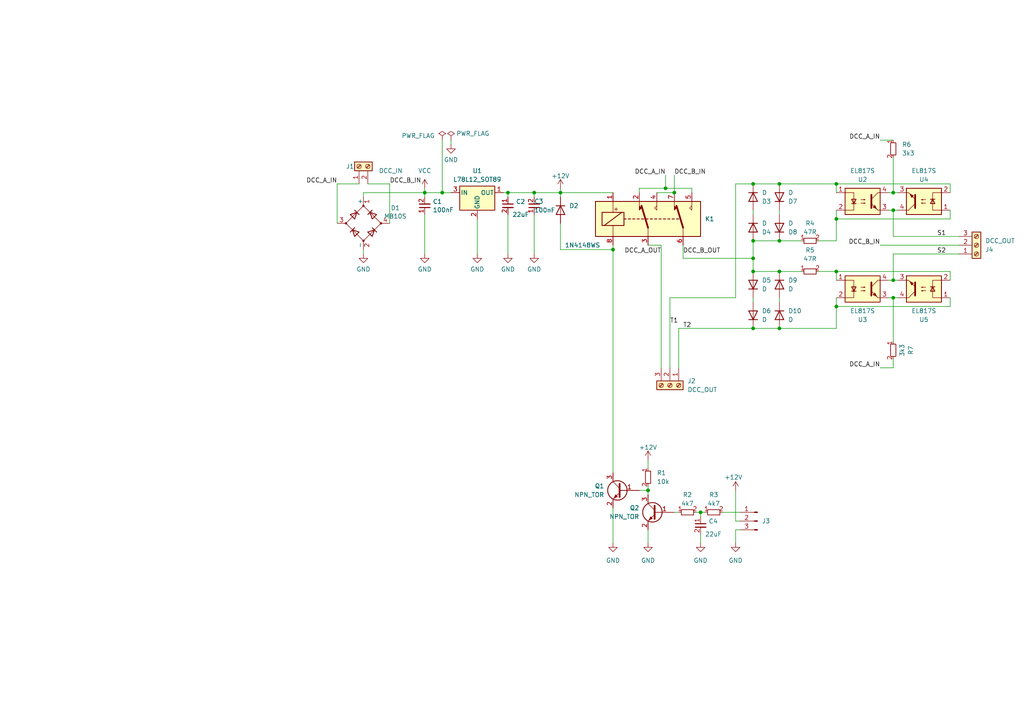
<source format=kicad_sch>
(kicad_sch (version 20230121) (generator eeschema)
  (paper "A4")
  (lib_symbols
    (symbol "Connector:Conn_01x03_Male" (pin_names (offset 1.016) hide)
      (property "Reference" "J" (at 0 5.08 0))
      (property "Value" "Conn_01x03_Male" (at 0 -5.08 0))
      (symbol "Conn_01x03_Male_1_1"
        (polyline (pts (xy 1.27 -2.54) (xy 0.8636 -2.54)) (stroke (width 0.1524)))
        (polyline (pts (xy 1.27 0) (xy 0.8636 0)) (stroke (width 0.1524)))
        (polyline (pts (xy 1.27 2.54) (xy 0.8636 2.54)) (stroke (width 0.1524)))
        (rectangle (start 0.8636 -2.413) (end 0 -2.667) (stroke (width 0.1524)) (fill (type outline)))
        (rectangle (start 0.8636 0.127) (end 0 -0.127) (stroke (width 0.1524)) (fill (type outline)))
        (rectangle (start 0.8636 2.667) (end 0 2.413) (stroke (width 0.1524)) (fill (type outline)))
        (pin passive line (at 5.08 2.54 180) (length 3.81) (name "Pin_1") (number "1"))
        (pin passive line (at 5.08 0 180) (length 3.81) (name "Pin_2") (number "2"))
        (pin passive line (at 5.08 -2.54 180) (length 3.81) (name "Pin_3") (number "3"))
      )
    )
    (symbol "Connector:Screw_Terminal_01x02" (pin_names (offset 1.016) hide)
      (property "Reference" "J" (at 0 2.54 0))
      (property "Value" "Screw_Terminal_01x02" (at 0 -5.08 0))
      (symbol "Screw_Terminal_01x02_1_1"
        (rectangle (start -1.27 1.27) (end 1.27 -3.81) (stroke (width 0.254)) (fill (type background)))
        (circle (center 0 -2.54) (radius 0.635) (stroke (width 0.1524)))
        (polyline (pts (xy -0.5334 -2.2098) (xy 0.3302 -3.048)) (stroke (width 0.1524)))
        (polyline (pts (xy -0.5334 0.3302) (xy 0.3302 -0.508)) (stroke (width 0.1524)))
        (polyline (pts (xy -0.3556 -2.032) (xy 0.508 -2.8702)) (stroke (width 0.1524)))
        (polyline (pts (xy -0.3556 0.508) (xy 0.508 -0.3302)) (stroke (width 0.1524)))
        (circle (center 0 0) (radius 0.635) (stroke (width 0.1524)))
        (pin passive line (at -5.08 0 0) (length 3.81) (name "Pin_1") (number "1"))
        (pin passive line (at -5.08 -2.54 0) (length 3.81) (name "Pin_2") (number "2"))
      )
    )
    (symbol "Connector:Screw_Terminal_01x03" (pin_names (offset 1.016) hide)
      (property "Reference" "J" (at 0 5.08 0))
      (property "Value" "Screw_Terminal_01x03" (at 0 -5.08 0))
      (symbol "Screw_Terminal_01x03_1_1"
        (rectangle (start -1.27 3.81) (end 1.27 -3.81) (stroke (width 0.254)) (fill (type background)))
        (circle (center 0 -2.54) (radius 0.635) (stroke (width 0.1524)))
        (polyline (pts (xy -0.5334 -2.2098) (xy 0.3302 -3.048)) (stroke (width 0.1524)))
        (polyline (pts (xy -0.5334 0.3302) (xy 0.3302 -0.508)) (stroke (width 0.1524)))
        (polyline (pts (xy -0.5334 2.8702) (xy 0.3302 2.032)) (stroke (width 0.1524)))
        (polyline (pts (xy -0.3556 -2.032) (xy 0.508 -2.8702)) (stroke (width 0.1524)))
        (polyline (pts (xy -0.3556 0.508) (xy 0.508 -0.3302)) (stroke (width 0.1524)))
        (polyline (pts (xy -0.3556 3.048) (xy 0.508 2.2098)) (stroke (width 0.1524)))
        (circle (center 0 0) (radius 0.635) (stroke (width 0.1524)))
        (circle (center 0 2.54) (radius 0.635) (stroke (width 0.1524)))
        (pin passive line (at -5.08 2.54 0) (length 3.81) (name "Pin_1") (number "1"))
        (pin passive line (at -5.08 0 0) (length 3.81) (name "Pin_2") (number "2"))
        (pin passive line (at -5.08 -2.54 0) (length 3.81) (name "Pin_3") (number "3"))
      )
    )
    (symbol "capacitor_miscellaneous:C_0603_100nF"
      (property "Reference" "C" (at 1.27 2.54 0))
      (property "Value" "100nF" (at 3.81 -2.54 0))
      (property "JLCPCB Part#" "C14663" (at 0 0 0))
      (symbol "C_0603_100nF_0_1"
        (polyline (pts (xy -1.524 -0.508) (xy 1.524 -0.508)) (stroke (width 0.3302)))
        (polyline (pts (xy -1.524 0.508) (xy 1.524 0.508)) (stroke (width 0.3048)))
      )
      (symbol "C_0603_100nF_1_1"
        (pin passive line (at 0 2.54 270) (length 2.032) (name "~") (number "1"))
        (pin passive line (at 0 -2.54 90) (length 2.032) (name "~") (number "2"))
      )
    )
    (symbol "capacitor_miscellaneous:C_1206_47uF"
      (property "Reference" "C" (at 1.27 2.54 0))
      (property "Value" "47uF" (at 3.81 -2.54 0))
      (symbol "C_1206_47uF_0_1"
        (polyline (pts (xy -1.524 -0.508) (xy 1.524 -0.508)) (stroke (width 0.3302)))
        (polyline (pts (xy -1.524 0.508) (xy 1.524 0.508)) (stroke (width 0.3048)))
      )
      (symbol "C_1206_47uF_1_1"
        (pin passive line (at 0 2.54 270) (length 2.032) (name "~") (number "1"))
        (pin passive line (at 0 -2.54 90) (length 2.032) (name "~") (number "2"))
      )
    )
    (symbol "custom_kicad_lib_sk:1N4148WS" (pin_numbers hide) (pin_names hide)
      (property "Reference" "D" (at 0 2.54 0))
      (property "Value" "1N4148WS" (at 0 -2.54 0))
      (symbol "1N4148WS_0_1"
        (polyline (pts (xy -1.27 1.27) (xy -1.27 -1.27)) (stroke (width 0.254)))
        (polyline (pts (xy 1.27 0) (xy -1.27 0)))
        (polyline (pts (xy 1.27 1.27) (xy 1.27 -1.27) (xy -1.27 0) (xy 1.27 1.27)) (stroke (width 0.254)))
      )
      (symbol "1N4148WS_1_1"
        (pin passive line (at -3.81 0 0) (length 2.54) (name "K") (number "1"))
        (pin passive line (at 3.81 0 180) (length 2.54) (name "A") (number "2"))
      )
    )
    (symbol "custom_kicad_lib_sk:EL817S" (pin_names (offset 1.016))
      (property "Reference" "U" (at -5.08 5.08 0))
      (property "Value" "EL817S" (at 0 5.08 0))
      (symbol "EL817S_0_1"
        (rectangle (start -5.08 3.81) (end 5.08 -3.81) (stroke (width 0.254)) (fill (type background)))
        (polyline (pts (xy -3.175 -0.635) (xy -1.905 -0.635)) (stroke (width 0.254)))
        (polyline (pts (xy 2.54 0.635) (xy 4.445 2.54)))
        (polyline (pts (xy 4.445 -2.54) (xy 2.54 -0.635)) (fill (type outline)))
        (polyline (pts (xy 4.445 -2.54) (xy 5.08 -2.54)))
        (polyline (pts (xy 4.445 2.54) (xy 5.08 2.54)))
        (polyline (pts (xy -5.08 2.54) (xy -2.54 2.54) (xy -2.54 -0.635)))
        (polyline (pts (xy -2.54 -0.635) (xy -2.54 -2.54) (xy -5.08 -2.54)))
        (polyline (pts (xy 2.54 1.905) (xy 2.54 -1.905) (xy 2.54 -1.905)) (stroke (width 0.508)))
        (polyline (pts (xy -2.54 -0.635) (xy -3.175 0.635) (xy -1.905 0.635) (xy -2.54 -0.635)) (stroke (width 0.254)))
        (polyline (pts (xy -0.508 -0.508) (xy 0.762 -0.508) (xy 0.381 -0.635) (xy 0.381 -0.381) (xy 0.762 -0.508)))
        (polyline (pts (xy -0.508 0.508) (xy 0.762 0.508) (xy 0.381 0.381) (xy 0.381 0.635) (xy 0.762 0.508)))
        (polyline (pts (xy 3.048 -1.651) (xy 3.556 -1.143) (xy 4.064 -2.159) (xy 3.048 -1.651) (xy 3.048 -1.651)) (fill (type outline)))
      )
      (symbol "EL817S_1_1"
        (pin passive line (at -7.62 2.54 0) (length 2.54) (name "~") (number "1"))
        (pin passive line (at -7.62 -2.54 0) (length 2.54) (name "~") (number "2"))
        (pin passive line (at 7.62 -2.54 180) (length 2.54) (name "~") (number "3"))
        (pin passive line (at 7.62 2.54 180) (length 2.54) (name "~") (number "4"))
      )
    )
    (symbol "custom_kicad_lib_sk:G6K-2"
      (property "Reference" "K" (at 16.51 3.81 0))
      (property "JLCPCB Part#" "C47190" (at 0 0 0))
      (symbol "G6K-2_0_0"
        (text "+" (at -9.271 2.921 0) (effects (font (size 1.27 1.27))))
      )
      (symbol "G6K-2_0_1"
        (rectangle (start -15.24 5.08) (end 15.24 -5.08) (stroke (width 0.254)) (fill (type background)))
        (rectangle (start -13.335 1.905) (end -6.985 -1.905) (stroke (width 0.254)))
        (polyline (pts (xy -12.7 -1.905) (xy -7.62 1.905)) (stroke (width 0.254)))
        (polyline (pts (xy -10.16 -5.08) (xy -10.16 -1.905)))
        (polyline (pts (xy -10.16 5.08) (xy -10.16 1.905)))
        (polyline (pts (xy -6.985 0) (xy -6.35 0)) (stroke (width 0.254)))
        (polyline (pts (xy -5.715 0) (xy -5.08 0)) (stroke (width 0.254)))
        (polyline (pts (xy -4.445 0) (xy -3.81 0)) (stroke (width 0.254)))
        (polyline (pts (xy -3.175 0) (xy -2.54 0)) (stroke (width 0.254)))
        (polyline (pts (xy -1.905 0) (xy -1.27 0)) (stroke (width 0.254)))
        (polyline (pts (xy -0.635 0) (xy 0 0)) (stroke (width 0.254)))
        (polyline (pts (xy 0 -2.54) (xy -1.905 3.81)) (stroke (width 0.508)))
        (polyline (pts (xy 0 -2.54) (xy 0 -5.08)))
        (polyline (pts (xy 0.635 0) (xy 1.27 0)) (stroke (width 0.254)))
        (polyline (pts (xy 1.905 0) (xy 2.54 0)) (stroke (width 0.254)))
        (polyline (pts (xy 3.175 0) (xy 3.81 0)) (stroke (width 0.254)))
        (polyline (pts (xy 4.445 0) (xy 5.08 0)) (stroke (width 0.254)))
        (polyline (pts (xy 5.715 0) (xy 6.35 0)) (stroke (width 0.254)))
        (polyline (pts (xy 6.985 0) (xy 7.62 0)) (stroke (width 0.254)))
        (polyline (pts (xy 8.255 0) (xy 8.89 0)) (stroke (width 0.254)))
        (polyline (pts (xy 10.16 -2.54) (xy 8.255 3.81)) (stroke (width 0.508)))
        (polyline (pts (xy 10.16 -2.54) (xy 10.16 -5.08)))
        (polyline (pts (xy -2.54 5.08) (xy -2.54 2.54) (xy -1.905 3.175) (xy -2.54 3.81)) (fill (type outline)))
        (polyline (pts (xy 2.54 5.08) (xy 2.54 2.54) (xy 1.905 3.175) (xy 2.54 3.81)))
        (polyline (pts (xy 7.62 5.08) (xy 7.62 2.54) (xy 8.255 3.175) (xy 7.62 3.81)) (fill (type outline)))
        (polyline (pts (xy 12.7 5.08) (xy 12.7 2.54) (xy 12.065 3.175) (xy 12.7 3.81)))
      )
      (symbol "G6K-2_1_1"
        (pin passive line (at -10.16 7.62 270) (length 2.54) (name "~") (number "1"))
        (pin passive line (at -2.54 7.62 270) (length 2.54) (name "~") (number "2"))
        (pin passive line (at 0 -7.62 90) (length 2.54) (name "~") (number "3"))
        (pin passive line (at 2.54 7.62 270) (length 2.54) (name "~") (number "4"))
        (pin passive line (at 12.7 7.62 270) (length 2.54) (name "~") (number "5"))
        (pin passive line (at 10.16 -7.62 90) (length 2.54) (name "~") (number "6"))
        (pin passive line (at 7.62 7.62 270) (length 2.54) (name "~") (number "7"))
        (pin passive line (at -10.16 -7.62 90) (length 2.54) (name "~") (number "8"))
      )
    )
    (symbol "custom_kicad_lib_sk:L78L12_SOT89" (pin_names (offset 0.254))
      (property "Reference" "U" (at -3.81 3.175 0))
      (property "Value" "L78L12_SOT89" (at -0.635 3.175 0))
      (property "JLCPCB Part#" "C75501" (at 0 0 0))
      (symbol "L78L12_SOT89_0_1"
        (rectangle (start -5.08 1.905) (end 5.08 -5.08) (stroke (width 0.254)) (fill (type background)))
      )
      (symbol "L78L12_SOT89_1_1"
        (pin power_out line (at 7.62 0 180) (length 2.54) (name "OUT") (number "1"))
        (pin power_in line (at 0 -7.62 90) (length 2.54) (name "GND") (number "2"))
        (pin power_in line (at -7.62 0 0) (length 2.54) (name "IN") (number "3"))
      )
    )
    (symbol "custom_kicad_lib_sk:MB10S" (pin_names (offset 0))
      (property "Reference" "D" (at 2.54 6.985 0))
      (property "Value" "MB10S" (at 2.54 5.08 0))
      (property "JLCPCB Part#" "C2488" (at 0 0 0))
      (symbol "MB10S_0_1"
        (circle (center -5.08 0) (radius 0.254) (fill (type outline)))
        (circle (center 0 -5.08) (radius 0.254) (fill (type outline)))
        (polyline (pts (xy -2.54 3.81) (xy -1.27 2.54)) (stroke (width 0.254)))
        (polyline (pts (xy -1.27 -2.54) (xy -2.54 -3.81)) (stroke (width 0.254)))
        (polyline (pts (xy 2.54 -1.27) (xy 3.81 -2.54)) (stroke (width 0.254)))
        (polyline (pts (xy 2.54 1.27) (xy 3.81 2.54)) (stroke (width 0.254)))
        (polyline (pts (xy -3.81 2.54) (xy -2.54 1.27) (xy -1.905 3.175) (xy -3.81 2.54)) (stroke (width 0.254)))
        (polyline (pts (xy -2.54 -1.27) (xy -3.81 -2.54) (xy -1.905 -3.175) (xy -2.54 -1.27)) (stroke (width 0.254)))
        (polyline (pts (xy 1.27 2.54) (xy 2.54 3.81) (xy 3.175 1.905) (xy 1.27 2.54)) (stroke (width 0.254)))
        (polyline (pts (xy 3.175 -1.905) (xy 1.27 -2.54) (xy 2.54 -3.81) (xy 3.175 -1.905)) (stroke (width 0.254)))
        (polyline (pts (xy -5.08 0) (xy 0 -5.08) (xy 5.08 0) (xy 0 5.08) (xy -5.08 0)))
        (circle (center 0 5.08) (radius 0.254) (fill (type outline)))
        (circle (center 5.08 0) (radius 0.254) (fill (type outline)))
      )
      (symbol "MB10S_1_1"
        (pin passive line (at 7.62 0 180) (length 2.54) (name "+") (number "1"))
        (pin passive line (at -7.62 0 0) (length 2.54) (name "-") (number "2"))
        (pin passive line (at 0 7.62 270) (length 2.54) (name "~") (number "3"))
        (pin passive line (at 0 -7.62 90) (length 2.54) (name "~") (number "4"))
      )
    )
    (symbol "custom_kicad_lib_sk:NPN_TOR" (pin_names (offset 0) hide)
      (property "Reference" "Q" (at 5.08 1.905 0))
      (property "Value" "NPN_TOR" (at 5.08 0 0))
      (symbol "NPN_TOR_0_1"
        (polyline (pts (xy 0.635 0.635) (xy 2.54 2.54)))
        (polyline (pts (xy 0.635 -0.635) (xy 2.54 -2.54) (xy 2.54 -2.54)))
        (polyline (pts (xy 0.635 1.905) (xy 0.635 -1.905) (xy 0.635 -1.905)) (stroke (width 0.508)))
        (polyline (pts (xy 1.27 -1.778) (xy 1.778 -1.27) (xy 2.286 -2.286) (xy 1.27 -1.778) (xy 1.27 -1.778)) (fill (type outline)))
        (circle (center 1.27 0) (radius 2.8194) (stroke (width 0.254)))
      )
      (symbol "NPN_TOR_1_1"
        (pin input line (at -5.08 0 0) (length 5.715) (name "B") (number "1"))
        (pin passive line (at 2.54 -5.08 90) (length 2.54) (name "E") (number "2"))
        (pin passive line (at 2.54 5.08 270) (length 2.54) (name "C") (number "3"))
      )
    )
    (symbol "custom_kicad_lib_sk:SS54" (pin_numbers hide) (pin_names (offset 1.016) hide)
      (property "Reference" "D" (at 0 2.54 0))
      (property "Value" "D" (at 0 -1.27 0))
      (symbol "SS54_0_1"
        (polyline (pts (xy -1.27 2.54) (xy -1.27 0)) (stroke (width 0.254)))
        (polyline (pts (xy 1.27 1.27) (xy -1.27 1.27)))
        (polyline (pts (xy 1.27 2.54) (xy 1.27 0) (xy -1.27 1.27) (xy 1.27 2.54)) (stroke (width 0.254)))
      )
      (symbol "SS54_1_1"
        (pin passive line (at -3.81 1.27 0) (length 2.54) (name "K") (number "1"))
        (pin passive line (at 3.81 1.27 180) (length 2.54) (name "A") (number "2"))
      )
    )
    (symbol "power:+12V" (power) (pin_names (offset 0))
      (property "Value" "+12V" (at 0 3.556 0))
      (symbol "+12V_0_1"
        (polyline (pts (xy -0.762 1.27) (xy 0 2.54)))
        (polyline (pts (xy 0 0) (xy 0 2.54)))
        (polyline (pts (xy 0 2.54) (xy 0.762 1.27)))
      )
      (symbol "+12V_1_1"
        (pin power_in line (at 0 0 90) (length 0) hide (name "+12V") (number "1"))
      )
    )
    (symbol "power:GND" (power) (pin_names (offset 0))
      (property "Value" "GND" (at 0 -3.81 0))
      (symbol "GND_0_1"
        (polyline (pts (xy 0 0) (xy 0 -1.27) (xy 1.27 -1.27) (xy 0 -2.54) (xy -1.27 -1.27) (xy 0 -1.27)))
      )
      (symbol "GND_1_1"
        (pin power_in line (at 0 0 270) (length 0) hide (name "GND") (number "1"))
      )
    )
    (symbol "power:PWR_FLAG" (power) (pin_numbers hide) (pin_names (offset 0) hide)
      (property "Value" "PWR_FLAG" (at 0 3.81 0))
      (symbol "PWR_FLAG_0_0"
        (pin power_out line (at 0 0 90) (length 0) (name "pwr") (number "1"))
      )
      (symbol "PWR_FLAG_0_1"
        (polyline (pts (xy 0 0) (xy 0 1.27) (xy -1.016 1.905) (xy 0 2.54) (xy 1.016 1.905) (xy 0 1.27)))
      )
    )
    (symbol "power:VCC" (power) (pin_names (offset 0))
      (property "Value" "VCC" (at 0 3.81 0))
      (symbol "VCC_0_1"
        (polyline (pts (xy -0.762 1.27) (xy 0 2.54)))
        (polyline (pts (xy 0 0) (xy 0 2.54)))
        (polyline (pts (xy 0 2.54) (xy 0.762 1.27)))
      )
      (symbol "VCC_1_1"
        (pin power_in line (at 0 0 90) (length 0) hide (name "VCC") (number "1"))
      )
    )
    (symbol "resistors_0603:R_10k_0603"
      (property "Reference" "R" (at 1.27 2.54 0))
      (property "Value" "10k" (at 2.54 -2.54 0))
      (symbol "R_10k_0603_0_1"
        (rectangle (start -0.762 1.778) (end 0.762 -1.778) (stroke (width 0.2032)))
      )
      (symbol "R_10k_0603_1_1"
        (pin passive line (at 0 2.54 270) (length 0.762) (name "~") (number "1"))
        (pin passive line (at 0 -2.54 90) (length 0.762) (name "~") (number "2"))
      )
    )
    (symbol "resistors_0603:R_4k7_0603"
      (property "Reference" "R" (at 1.27 2.54 0))
      (property "Value" "4k7" (at 2.54 -2.54 0))
      (symbol "R_4k7_0603_0_1"
        (rectangle (start -0.762 1.778) (end 0.762 -1.778) (stroke (width 0.2032)))
      )
      (symbol "R_4k7_0603_1_1"
        (pin passive line (at 0 2.54 270) (length 0.762) (name "~") (number "1"))
        (pin passive line (at 0 -2.54 90) (length 0.762) (name "~") (number "2"))
      )
    )
    (symbol "resistors_0805:R_3k3_0805"
      (property "Reference" "R" (at 1.27 2.54 0))
      (property "Value" "3k3" (at 2.54 -2.54 0))
      (symbol "R_3k3_0805_0_1"
        (rectangle (start -0.762 1.778) (end 0.762 -1.778) (stroke (width 0.2032)))
      )
      (symbol "R_3k3_0805_1_1"
        (pin passive line (at 0 2.54 270) (length 0.762) (name "~") (number "1"))
        (pin passive line (at 0 -2.54 90) (length 0.762) (name "~") (number "2"))
      )
    )
    (symbol "resistors_0805:R_47R_0805"
      (property "Reference" "R" (at 1.27 2.54 0))
      (property "Value" "47R" (at 2.54 -2.54 0))
      (symbol "R_47R_0805_0_1"
        (rectangle (start -0.762 1.778) (end 0.762 -1.778) (stroke (width 0.2032)))
      )
      (symbol "R_47R_0805_1_1"
        (pin passive line (at 0 2.54 270) (length 0.762) (name "~") (number "1"))
        (pin passive line (at 0 -2.54 90) (length 0.762) (name "~") (number "2"))
      )
    )
  )
  (junction (at 123.19 55.88))
  (junction (at 259.08 55.88))
  (junction (at 203.2 148.59))
  (junction (at 195.58 55.88))
  (junction (at 242.57 78.74))
  (junction (at 154.94 55.88))
  (junction (at 128.27 55.88))
  (junction (at 226.06 78.74))
  (junction (at 242.57 53.34))
  (junction (at 259.08 60.96))
  (junction (at 162.56 55.88))
  (junction (at 226.06 69.85))
  (junction (at 177.8 72.39))
  (junction (at 242.57 63.5))
  (junction (at 218.44 69.85))
  (junction (at 226.06 95.25))
  (junction (at 218.44 53.34))
  (junction (at 259.08 86.36))
  (junction (at 259.08 81.28))
  (junction (at 193.04 54.61))
  (junction (at 218.44 95.25))
  (junction (at 226.06 53.34))
  (junction (at 218.44 74.93))
  (junction (at 187.96 142.24))
  (junction (at 147.32 55.88))
  (junction (at 242.57 88.9))
  (junction (at 218.44 78.74))
  (wire (pts (xy 242.57 78.74) (xy 242.57 81.28)))
  (wire (pts (xy 218.44 69.85) (xy 218.44 74.93)))
  (wire (pts (xy 259.08 68.58) (xy 278.13 68.58)))
  (wire (pts (xy 113.03 53.34) (xy 113.03 64.77)))
  (wire (pts (xy 275.59 60.96) (xy 275.59 63.5)))
  (wire (pts (xy 162.56 55.88) (xy 177.8 55.88)))
  (wire (pts (xy 147.32 55.88) (xy 154.94 55.88)))
  (wire (pts (xy 123.19 54.61) (xy 123.19 55.88)))
  (wire (pts (xy 177.8 147.32) (xy 177.8 157.48)))
  (wire (pts (xy 242.57 88.9) (xy 275.59 88.9)))
  (wire (pts (xy 218.44 62.23) (xy 218.44 60.96)))
  (wire (pts (xy 203.2 148.59) (xy 204.47 148.59)))
  (wire (pts (xy 218.44 95.25) (xy 226.06 95.25)))
  (wire (pts (xy 201.93 148.59) (xy 203.2 148.59)))
  (wire (pts (xy 259.08 60.96) (xy 259.08 68.58)))
  (wire (pts (xy 187.96 140.97) (xy 187.96 142.24)))
  (wire (pts (xy 106.68 53.34) (xy 113.03 53.34)))
  (wire (pts (xy 259.08 73.66) (xy 259.08 81.28)))
  (wire (pts (xy 226.06 69.85) (xy 232.41 69.85)))
  (wire (pts (xy 195.58 55.88) (xy 190.5 55.88)))
  (wire (pts (xy 154.94 55.88) (xy 162.56 55.88)))
  (wire (pts (xy 259.08 99.06) (xy 259.08 86.36)))
  (wire (pts (xy 177.8 71.12) (xy 177.8 72.39)))
  (wire (pts (xy 242.57 69.85) (xy 237.49 69.85)))
  (wire (pts (xy 213.36 153.67) (xy 214.63 153.67)))
  (wire (pts (xy 257.81 55.88) (xy 259.08 55.88)))
  (wire (pts (xy 195.58 55.88) (xy 195.58 50.8)))
  (wire (pts (xy 226.06 62.23) (xy 226.06 60.96)))
  (wire (pts (xy 226.06 78.74) (xy 232.41 78.74)))
  (wire (pts (xy 200.66 54.61) (xy 200.66 55.88)))
  (wire (pts (xy 177.8 72.39) (xy 177.8 137.16)))
  (wire (pts (xy 194.31 106.68) (xy 194.31 86.36)))
  (wire (pts (xy 275.59 63.5) (xy 242.57 63.5)))
  (wire (pts (xy 259.08 45.72) (xy 259.08 55.88)))
  (wire (pts (xy 162.56 72.39) (xy 177.8 72.39)))
  (wire (pts (xy 257.81 81.28) (xy 259.08 81.28)))
  (wire (pts (xy 185.42 55.88) (xy 185.42 54.61)))
  (wire (pts (xy 242.57 63.5) (xy 242.57 69.85)))
  (wire (pts (xy 259.08 104.14) (xy 259.08 106.68)))
  (wire (pts (xy 193.04 54.61) (xy 193.04 50.8)))
  (wire (pts (xy 196.85 95.25) (xy 218.44 95.25)))
  (wire (pts (xy 255.27 106.68) (xy 259.08 106.68)))
  (wire (pts (xy 130.81 40.64) (xy 130.81 41.91)))
  (wire (pts (xy 213.36 151.13) (xy 214.63 151.13)))
  (wire (pts (xy 213.36 53.34) (xy 218.44 53.34)))
  (wire (pts (xy 187.96 157.48) (xy 187.96 153.67)))
  (wire (pts (xy 162.56 64.77) (xy 162.56 72.39)))
  (wire (pts (xy 138.43 63.5) (xy 138.43 73.66)))
  (wire (pts (xy 128.27 40.64) (xy 128.27 55.88)))
  (wire (pts (xy 242.57 60.96) (xy 242.57 63.5)))
  (wire (pts (xy 123.19 57.15) (xy 123.19 55.88)))
  (wire (pts (xy 198.12 74.93) (xy 218.44 74.93)))
  (wire (pts (xy 209.55 148.59) (xy 214.63 148.59)))
  (wire (pts (xy 105.41 72.39) (xy 105.41 73.66)))
  (wire (pts (xy 218.44 53.34) (xy 226.06 53.34)))
  (wire (pts (xy 259.08 60.96) (xy 260.35 60.96)))
  (wire (pts (xy 162.56 57.15) (xy 162.56 55.88)))
  (wire (pts (xy 154.94 55.88) (xy 154.94 57.15)))
  (wire (pts (xy 242.57 88.9) (xy 242.57 95.25)))
  (wire (pts (xy 226.06 86.36) (xy 226.06 87.63)))
  (wire (pts (xy 259.08 86.36) (xy 260.35 86.36)))
  (wire (pts (xy 275.59 78.74) (xy 242.57 78.74)))
  (wire (pts (xy 257.81 86.36) (xy 259.08 86.36)))
  (wire (pts (xy 259.08 81.28) (xy 260.35 81.28)))
  (wire (pts (xy 218.44 78.74) (xy 226.06 78.74)))
  (wire (pts (xy 187.96 133.35) (xy 187.96 135.89)))
  (wire (pts (xy 104.14 53.34) (xy 97.79 53.34)))
  (wire (pts (xy 275.59 53.34) (xy 275.59 55.88)))
  (wire (pts (xy 193.04 54.61) (xy 200.66 54.61)))
  (wire (pts (xy 203.2 154.94) (xy 203.2 157.48)))
  (wire (pts (xy 191.77 71.12) (xy 187.96 71.12)))
  (wire (pts (xy 97.79 53.34) (xy 97.79 64.77)))
  (wire (pts (xy 198.12 71.12) (xy 198.12 74.93)))
  (wire (pts (xy 275.59 86.36) (xy 275.59 88.9)))
  (wire (pts (xy 242.57 95.25) (xy 226.06 95.25)))
  (wire (pts (xy 191.77 71.12) (xy 191.77 106.68)))
  (wire (pts (xy 242.57 55.88) (xy 242.57 53.34)))
  (wire (pts (xy 218.44 69.85) (xy 226.06 69.85)))
  (wire (pts (xy 105.41 55.88) (xy 105.41 57.15)))
  (wire (pts (xy 123.19 55.88) (xy 128.27 55.88)))
  (wire (pts (xy 147.32 57.15) (xy 147.32 55.88)))
  (wire (pts (xy 196.85 148.59) (xy 195.58 148.59)))
  (wire (pts (xy 242.57 53.34) (xy 275.59 53.34)))
  (wire (pts (xy 259.08 73.66) (xy 278.13 73.66)))
  (wire (pts (xy 187.96 142.24) (xy 187.96 143.51)))
  (wire (pts (xy 154.94 62.23) (xy 154.94 73.66)))
  (wire (pts (xy 259.08 55.88) (xy 260.35 55.88)))
  (wire (pts (xy 162.56 54.61) (xy 162.56 55.88)))
  (wire (pts (xy 242.57 86.36) (xy 242.57 88.9)))
  (wire (pts (xy 259.08 40.64) (xy 255.27 40.64)))
  (wire (pts (xy 257.81 60.96) (xy 259.08 60.96)))
  (wire (pts (xy 213.36 153.67) (xy 213.36 157.48)))
  (wire (pts (xy 218.44 86.36) (xy 218.44 87.63)))
  (wire (pts (xy 237.49 78.74) (xy 242.57 78.74)))
  (wire (pts (xy 185.42 54.61) (xy 193.04 54.61)))
  (wire (pts (xy 185.42 142.24) (xy 187.96 142.24)))
  (wire (pts (xy 203.2 148.59) (xy 203.2 149.86)))
  (wire (pts (xy 196.85 95.25) (xy 196.85 106.68)))
  (wire (pts (xy 255.27 71.12) (xy 278.13 71.12)))
  (wire (pts (xy 226.06 53.34) (xy 242.57 53.34)))
  (wire (pts (xy 123.19 62.23) (xy 123.19 73.66)))
  (wire (pts (xy 275.59 81.28) (xy 275.59 78.74)))
  (wire (pts (xy 128.27 55.88) (xy 130.81 55.88)))
  (wire (pts (xy 218.44 74.93) (xy 218.44 78.74)))
  (wire (pts (xy 146.05 55.88) (xy 147.32 55.88)))
  (wire (pts (xy 213.36 142.24) (xy 213.36 151.13)))
  (wire (pts (xy 105.41 55.88) (xy 123.19 55.88)))
  (wire (pts (xy 194.31 86.36) (xy 213.36 86.36)))
  (wire (pts (xy 213.36 86.36) (xy 213.36 53.34)))
  (wire (pts (xy 147.32 73.66) (xy 147.32 62.23)))
  (label "S1" (at 271.78 68.58 0))
  (label "T2" (at 198.12 95.25 0))
  (label "S2" (at 271.78 73.66 0))
  (label "DCC_A_IN" (at 255.27 40.64 180))
  (label "DCC_B_IN" (at 195.58 50.8 0))
  (label "DCC_A_IN" (at 255.27 106.68 180))
  (label "DCC_B_OUT" (at 198.12 73.66 0))
  (label "DCC_A_IN" (at 193.04 50.8 180))
  (label "T1" (at 194.31 93.98 0))
  (label "DCC_A_IN" (at 97.79 53.34 180))
  (label "DCC_B_IN" (at 255.27 71.12 180))
  (label "DCC_B_IN" (at 113.03 53.34 0))
  (label "DCC_A_OUT" (at 191.77 73.66 180))
  (symbol (lib_id "Connector:Screw_Terminal_01x03") (at 283.21 71.12 0) (mirror x) (unit 1)
    (property "Reference" "J4" (at 285.75 72.39 0) (effects (justify left)))
    (property "Value" "DCC_OUT" (at 285.75 69.85 0) (effects (justify left)))
    (property "Footprint" "TerminalBlock_Phoenix:TerminalBlock_Phoenix_MKDS-1,5-3-5.08_1x03_P5.08mm_Horizontal" (effects hide))
  )
  (symbol (lib_id "custom_kicad_lib_sk:G6K-2") (at 187.96 63.5 0) (unit 1)
    (property "Reference" "K1" (at 204.47 63.5 0) (effects (justify left)))
    (property "Value" "G6K-2F-Y-TR DC5" (effects hide))
    (property "Footprint" "Relay_SMD:Relay_DPDT_Omron_G6K-2F-Y" (effects hide))
    (property "Datasheet" "http://omronfs.omron.com/en_US/ecb/products/pdf/en-g6k.pdf" (effects hide))
    (property "JLCPCB Part#" "C397194" (effects hide))
  )
  (symbol (lib_id "custom_kicad_lib_sk:EL817S") (at 250.19 58.42 0) (unit 1)
    (property "Reference" "U2" (at 250.19 52.07 0))
    (property "Value" "EL817S" (at 250.19 49.53 0))
    (property "Footprint" "Package_DIP:SMDIP-4_W7.62mm" (effects hide))
    (property "Datasheet" "http://www.everlight.com/file/ProductFile/EL817.pdf" (effects hide))
    (property "JLCPCB Part#" "C106900" (effects hide))
  )
  (symbol (lib_id "power:GND") (at 123.19 73.66 0) (unit 1)
    (property "Reference" "#PWR03" (effects hide))
    (property "Value" "GND" (at 123.19 78.105 0))
  )
  (symbol (lib_id "custom_kicad_lib_sk:SS54") (at 219.71 82.55 90) (unit 1)
    (property "Reference" "D5" (at 220.98 81.28 90) (effects (justify right)))
    (property "Value" "D" (at 220.98 83.82 90) (effects (justify right)))
    (property "Footprint" "Diode_SMD:D_SMA" (effects hide))
    (property "Sim.Device" "D" (effects hide))
    (property "Sim.Pins" "1=K 2=A" (effects hide))
    (property "JLCPCB Part#" "C22452" (effects hide))
  )
  (symbol (lib_id "power:PWR_FLAG") (at 128.27 40.64 0) (unit 1)
    (property "Reference" "#FLG01" (effects hide))
    (property "Value" "PWR_FLAG" (at 121.285 39.37 0))
  )
  (symbol (lib_id "power:GND") (at 177.8 157.48 0) (unit 1)
    (property "Reference" "#PWR09" (effects hide))
    (property "Value" "GND" (at 177.8 162.56 0))
  )
  (symbol (lib_id "power:GND") (at 154.94 73.66 0) (unit 1)
    (property "Reference" "#PWR07" (effects hide))
    (property "Value" "GND" (at 154.94 78.105 0))
  )
  (symbol (lib_id "resistors_0805:R_3k3_0805") (at 259.08 101.6 0) (unit 1)
    (property "Reference" "R7" (at 264.16 101.6 90))
    (property "Value" "3k3" (at 261.62 101.6 90))
    (property "Footprint" "custom_kicad_lib_sk:R_0805_handsolder-smalltext" (effects hide))
    (property "JLCPCB Part#" "C26010" (effects hide))
  )
  (symbol (lib_id "power:GND") (at 187.96 157.48 0) (unit 1)
    (property "Reference" "#PWR011" (effects hide))
    (property "Value" "GND" (at 187.96 162.56 0))
  )
  (symbol (lib_id "custom_kicad_lib_sk:SS54") (at 219.71 91.44 90) (unit 1)
    (property "Reference" "D6" (at 220.98 90.17 90) (effects (justify right)))
    (property "Value" "D" (at 220.98 92.71 90) (effects (justify right)))
    (property "Footprint" "Diode_SMD:D_SMA" (effects hide))
    (property "Sim.Device" "D" (effects hide))
    (property "Sim.Pins" "1=K 2=A" (effects hide))
    (property "JLCPCB Part#" "C22452" (effects hide))
  )
  (symbol (lib_id "power:+12V") (at 162.56 54.61 0) (unit 1)
    (property "Reference" "#PWR08" (effects hide))
    (property "Value" "+12V" (at 162.56 51.0342 0))
  )
  (symbol (lib_id "custom_kicad_lib_sk:EL817S") (at 267.97 58.42 180) (unit 1)
    (property "Reference" "U4" (at 267.97 52.07 0))
    (property "Value" "EL817S" (at 267.97 49.53 0))
    (property "Footprint" "Package_DIP:SMDIP-4_W7.62mm" (effects hide))
    (property "Datasheet" "http://www.everlight.com/file/ProductFile/EL817.pdf" (effects hide))
    (property "JLCPCB Part#" "C106900" (effects hide))
  )
  (symbol (lib_id "custom_kicad_lib_sk:SS54") (at 224.79 66.04 270) (mirror x) (unit 1)
    (property "Reference" "D8" (at 228.6 67.31 90) (effects (justify left)))
    (property "Value" "D" (at 228.6 64.77 90) (effects (justify left)))
    (property "Footprint" "Diode_SMD:D_SMA" (effects hide))
    (property "Sim.Device" "D" (effects hide))
    (property "Sim.Pins" "1=K 2=A" (effects hide))
    (property "JLCPCB Part#" "C22452" (effects hide))
  )
  (symbol (lib_id "custom_kicad_lib_sk:SS54") (at 219.71 66.04 90) (mirror x) (unit 1)
    (property "Reference" "D4" (at 220.98 67.31 90) (effects (justify right)))
    (property "Value" "D" (at 220.98 64.77 90) (effects (justify right)))
    (property "Footprint" "Diode_SMD:D_SMA" (effects hide))
    (property "Sim.Device" "D" (effects hide))
    (property "Sim.Pins" "1=K 2=A" (effects hide))
    (property "JLCPCB Part#" "C22452" (effects hide))
  )
  (symbol (lib_id "power:+12V") (at 213.36 142.24 0) (unit 1)
    (property "Reference" "#PWR013" (effects hide))
    (property "Value" "+12V" (at 212.725 138.43 0))
  )
  (symbol (lib_id "custom_kicad_lib_sk:L78L12_SOT89") (at 138.43 55.88 0) (unit 1)
    (property "Reference" "U1" (at 138.43 49.53 0))
    (property "Value" "L78L12_SOT89" (at 138.43 52.07 0))
    (property "Footprint" "Package_TO_SOT_SMD:SOT-89-3" (effects hide))
    (property "Datasheet" "http://www.st.com/content/ccc/resource/technical/document/datasheet/15/55/e5/aa/23/5b/43/fd/CD00000446.pdf/files/CD00000446.pdf/jcr:content/translations/en.CD00000446.pdf" (effects hide))
    (property "JLCPCB Part#" "C75501" (effects hide))
  )
  (symbol (lib_id "power:GND") (at 138.43 73.66 0) (unit 1)
    (property "Reference" "#PWR05" (effects hide))
    (property "Value" "GND" (at 138.43 78.105 0))
  )
  (symbol (lib_id "power:GND") (at 147.32 73.66 0) (unit 1)
    (property "Reference" "#PWR06" (effects hide))
    (property "Value" "GND" (at 147.32 78.105 0))
  )
  (symbol (lib_id "resistors_0603:R_10k_0603") (at 187.96 138.43 0) (unit 1)
    (property "Reference" "R1" (at 190.5 137.16 0) (effects (justify left)))
    (property "Value" "10k" (at 190.5 139.7 0) (effects (justify left)))
    (property "Footprint" "custom_kicad_lib_sk:R_0603_smalltext" (effects hide))
    (property "JLCPCB Part#" "C25804" (effects hide))
  )
  (symbol (lib_id "custom_kicad_lib_sk:SS54") (at 219.71 57.15 90) (mirror x) (unit 1)
    (property "Reference" "D3" (at 220.98 58.42 90) (effects (justify right)))
    (property "Value" "D" (at 220.98 55.88 90) (effects (justify right)))
    (property "Footprint" "Diode_SMD:D_SMA" (effects hide))
    (property "Sim.Device" "D" (effects hide))
    (property "Sim.Pins" "1=K 2=A" (effects hide))
    (property "JLCPCB Part#" "C22452" (effects hide))
  )
  (symbol (lib_id "custom_kicad_lib_sk:MB10S") (at 105.41 64.77 90) (unit 1)
    (property "Reference" "D1" (at 114.6651 60.3036 90))
    (property "Value" "MB10S" (at 114.6651 62.7278 90))
    (property "Footprint" "custom_kicad_lib_sk:MB10s" (effects hide))
    (property "JLCPCB Part#" "C2488" (effects hide))
  )
  (symbol (lib_id "custom_kicad_lib_sk:NPN_TOR") (at 180.34 142.24 0) (mirror y) (unit 1)
    (property "Reference" "Q1" (at 175.26 140.97 0) (effects (justify left)))
    (property "Value" "NPN_TOR" (at 175.26 143.51 0) (effects (justify left)))
    (property "Footprint" "Package_TO_SOT_SMD:SOT-23" (effects hide))
    (property "JLCPCB Part#" "C2145" (effects hide))
  )
  (symbol (lib_id "custom_kicad_lib_sk:1N4148WS") (at 162.56 60.96 270) (unit 1)
    (property "Reference" "D2" (at 165.1 59.69 90) (effects (justify left)))
    (property "Value" "1N4148WS" (at 163.83 71.12 90) (effects (justify left)))
    (property "Footprint" "Diode_SMD:D_SOD-323" (effects hide))
    (property "Datasheet" "https://www.vishay.com/docs/85751/1n4148ws.pdf" (effects hide))
    (property "Sim.Device" "D" (effects hide))
    (property "Sim.Pins" "1=K 2=A" (effects hide))
    (property "JLCPCB Part#" "C2128" (effects hide))
  )
  (symbol (lib_id "custom_kicad_lib_sk:EL817S") (at 267.97 83.82 180) (unit 1)
    (property "Reference" "U5" (at 267.97 92.71 0))
    (property "Value" "EL817S" (at 267.97 90.17 0))
    (property "Footprint" "Package_DIP:SMDIP-4_W7.62mm" (effects hide))
    (property "Datasheet" "http://www.everlight.com/file/ProductFile/EL817.pdf" (effects hide))
    (property "JLCPCB Part#" "C106900" (effects hide))
  )
  (symbol (lib_id "power:PWR_FLAG") (at 130.81 40.64 0) (unit 1)
    (property "Reference" "#FLG02" (effects hide))
    (property "Value" "PWR_FLAG" (at 137.16 38.735 0))
  )
  (symbol (lib_id "custom_kicad_lib_sk:SS54") (at 224.79 82.55 270) (unit 1)
    (property "Reference" "D9" (at 228.6 81.28 90) (effects (justify left)))
    (property "Value" "D" (at 228.6 83.82 90) (effects (justify left)))
    (property "Footprint" "Diode_SMD:D_SMA" (effects hide))
    (property "Sim.Device" "D" (effects hide))
    (property "Sim.Pins" "1=K 2=A" (effects hide))
    (property "JLCPCB Part#" "C22452" (effects hide))
  )
  (symbol (lib_id "custom_kicad_lib_sk:SS54") (at 224.79 57.15 270) (mirror x) (unit 1)
    (property "Reference" "D7" (at 228.6 58.42 90) (effects (justify left)))
    (property "Value" "D" (at 228.6 55.88 90) (effects (justify left)))
    (property "Footprint" "Diode_SMD:D_SMA" (effects hide))
    (property "Sim.Device" "D" (effects hide))
    (property "Sim.Pins" "1=K 2=A" (effects hide))
    (property "JLCPCB Part#" "C22452" (effects hide))
  )
  (symbol (lib_id "custom_kicad_lib_sk:SS54") (at 224.79 91.44 270) (unit 1)
    (property "Reference" "D10" (at 228.6 90.17 90) (effects (justify left)))
    (property "Value" "D" (at 228.6 92.71 90) (effects (justify left)))
    (property "Footprint" "Diode_SMD:D_SMA" (effects hide))
    (property "Sim.Device" "D" (effects hide))
    (property "Sim.Pins" "1=K 2=A" (effects hide))
    (property "JLCPCB Part#" "C22452" (effects hide))
  )
  (symbol (lib_id "Connector:Screw_Terminal_01x03") (at 194.31 111.76 270) (unit 1)
    (property "Reference" "J2" (at 199.39 110.49 90) (effects (justify left)))
    (property "Value" "DCC_OUT" (at 199.39 113.03 90) (effects (justify left)))
    (property "Footprint" "TerminalBlock_Phoenix:TerminalBlock_Phoenix_MKDS-1,5-3-5.08_1x03_P5.08mm_Horizontal" (effects hide))
  )
  (symbol (lib_id "resistors_0805:R_3k3_0805") (at 259.08 43.18 0) (mirror y) (unit 1)
    (property "Reference" "R6" (at 261.62 41.91 0) (effects (justify right)))
    (property "Value" "3k3" (at 261.62 44.45 0) (effects (justify right)))
    (property "Footprint" "custom_kicad_lib_sk:R_0805_handsolder-smalltext" (effects hide))
    (property "JLCPCB Part#" "C26010" (effects hide))
  )
  (symbol (lib_id "Connector:Conn_01x03_Male") (at 219.71 151.13 0) (mirror y) (unit 1)
    (property "Reference" "J3" (at 220.98 151.1299 0) (effects (justify right)))
    (property "Value" "Conn_01x03_Male" (effects hide))
    (property "Footprint" "Connector_PinHeader_2.54mm:PinHeader_1x03_P2.54mm_Horizontal" (effects hide))
  )
  (symbol (lib_id "power:GND") (at 213.36 157.48 0) (unit 1)
    (property "Reference" "#PWR014" (effects hide))
    (property "Value" "GND" (at 213.36 162.56 0))
  )
  (symbol (lib_id "resistors_0603:R_4k7_0603") (at 199.39 148.59 90) (unit 1)
    (property "Reference" "R2" (at 199.39 143.51 90))
    (property "Value" "4k7" (at 199.39 146.05 90))
    (property "Footprint" "custom_kicad_lib_sk:R_0603_smalltext" (effects hide))
    (property "JLCPCB Part#" "C23162" (effects hide))
  )
  (symbol (lib_id "capacitor_miscellaneous:C_1206_47uF") (at 147.32 59.69 0) (unit 1)
    (property "Reference" "C2" (at 149.6441 58.4842 0) (effects (justify left)))
    (property "Value" "22uF" (at 148.59 62.23 0) (effects (justify left)))
    (property "Footprint" "Capacitor_SMD:C_1206_3216Metric" (effects hide))
    (property "JLCPCB Part#" "C12891" (effects hide))
  )
  (symbol (lib_id "resistors_0603:R_4k7_0603") (at 207.01 148.59 90) (unit 1)
    (property "Reference" "R3" (at 207.01 143.51 90))
    (property "Value" "4k7" (at 207.01 146.05 90))
    (property "Footprint" "custom_kicad_lib_sk:R_0603_smalltext" (effects hide))
    (property "JLCPCB Part#" "C23162" (effects hide))
  )
  (symbol (lib_id "power:+12V") (at 187.96 133.35 0) (unit 1)
    (property "Reference" "#PWR010" (effects hide))
    (property "Value" "+12V" (at 187.96 129.7742 0))
  )
  (symbol (lib_id "resistors_0805:R_47R_0805") (at 234.95 78.74 90) (unit 1)
    (property "Reference" "R5" (at 234.95 72.5451 90))
    (property "Value" "47R" (at 234.95 75.0851 90))
    (property "Footprint" "custom_kicad_lib_sk:R_0805_handsolder-smalltext" (effects hide))
    (property "JLCPCB Part#" "C17714" (effects hide))
  )
  (symbol (lib_id "power:VCC") (at 123.19 54.61 0) (unit 1)
    (property "Reference" "#PWR02" (effects hide))
    (property "Value" "VCC" (at 123.19 49.53 0))
  )
  (symbol (lib_id "power:GND") (at 105.41 73.66 0) (unit 1)
    (property "Reference" "#PWR01" (effects hide))
    (property "Value" "GND" (at 105.41 78.105 0))
  )
  (symbol (lib_id "capacitor_miscellaneous:C_1206_47uF") (at 203.2 152.4 0) (unit 1)
    (property "Reference" "C4" (at 205.5241 151.1942 0) (effects (justify left)))
    (property "Value" "22uF" (at 204.47 154.94 0) (effects (justify left)))
    (property "Footprint" "Capacitor_SMD:C_1206_3216Metric" (effects hide))
    (property "JLCPCB Part#" "C12891" (effects hide))
  )
  (symbol (lib_id "custom_kicad_lib_sk:NPN_TOR") (at 190.5 148.59 0) (mirror y) (unit 1)
    (property "Reference" "Q2" (at 185.42 147.32 0) (effects (justify left)))
    (property "Value" "NPN_TOR" (at 185.42 149.86 0) (effects (justify left)))
    (property "Footprint" "Package_TO_SOT_SMD:SOT-23" (effects hide))
    (property "JLCPCB Part#" "C2145" (effects hide))
  )
  (symbol (lib_id "power:GND") (at 130.81 41.91 0) (unit 1)
    (property "Reference" "#PWR04" (effects hide))
    (property "Value" "GND" (at 130.81 46.355 0))
  )
  (symbol (lib_id "custom_kicad_lib_sk:EL817S") (at 250.19 83.82 0) (unit 1)
    (property "Reference" "U3" (at 250.19 92.71 0))
    (property "Value" "EL817S" (at 250.19 90.17 0))
    (property "Footprint" "Package_DIP:SMDIP-4_W7.62mm" (effects hide))
    (property "Datasheet" "http://www.everlight.com/file/ProductFile/EL817.pdf" (effects hide))
    (property "JLCPCB Part#" "C106900" (effects hide))
  )
  (symbol (lib_id "capacitor_miscellaneous:C_0603_100nF") (at 154.94 59.69 180) (unit 1)
    (property "Reference" "C3" (at 154.94 58.42 0) (effects (justify right)))
    (property "Value" "100nF" (at 154.94 60.96 0) (effects (justify right)))
    (property "Footprint" "Capacitor_SMD:C_0603_1608Metric" (effects hide))
    (property "JLCPCB Part#" "C14663" (effects hide))
  )
  (symbol (lib_id "power:GND") (at 203.2 157.48 0) (unit 1)
    (property "Reference" "#PWR012" (effects hide))
    (property "Value" "GND" (at 203.2 162.56 0))
  )
  (symbol (lib_id "Connector:Screw_Terminal_01x02") (at 104.14 48.26 90) (unit 1)
    (property "Reference" "J1" (at 100.33 48.26 90) (effects (justify right)))
    (property "Value" "DCC_IN" (at 109.855 49.5299 90) (effects (justify right)))
    (property "Footprint" "TerminalBlock_Phoenix:TerminalBlock_Phoenix_MKDS-1,5-2-5.08_1x02_P5.08mm_Horizontal" (effects hide))
  )
  (symbol (lib_id "resistors_0805:R_47R_0805") (at 234.95 69.85 90) (unit 1)
    (property "Reference" "R4" (at 234.95 64.77 90))
    (property "Value" "47R" (at 234.95 67.31 90))
    (property "Footprint" "custom_kicad_lib_sk:R_0805_handsolder-smalltext" (effects hide))
    (property "JLCPCB Part#" "C17714" (effects hide))
  )
  (symbol (lib_id "capacitor_miscellaneous:C_0603_100nF") (at 123.19 59.69 180) (unit 1)
    (property "Reference" "C1" (at 125.5141 58.4715 0) (effects (justify right)))
    (property "Value" "100nF" (at 125.5141 60.8957 0) (effects (justify right)))
    (property "Footprint" "Capacitor_SMD:C_0603_1608Metric" (effects hide))
    (property "JLCPCB Part#" "C14663" (effects hide))
  )
)
</source>
